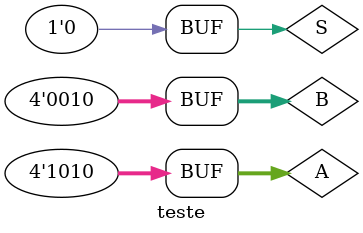
<source format=v>
module mux2 (input [3:0] A, input [3:0] B, input S, output reg [3:0] X);
    always @(A or B or S) begin
        if (S == 0)
            X = A;
        else
            X = B;
    end
endmodule

module teste;
    reg [3:0] A;
    reg [3:0] B;
    reg S;
    wire [3:0] X;
    integer i;

    mux2 m1 (.A(A), .B(B), .S(S), .X(X));

    initial begin
        A = 4'b1010;
        B = 4'b0010;
        S = 0;

        $monitor (" A=%b B=%b S=%b X=%b", A, B, S, X);

        S = 1;
        #5;
        S = 0;
        #5;

    end
endmodule

</source>
